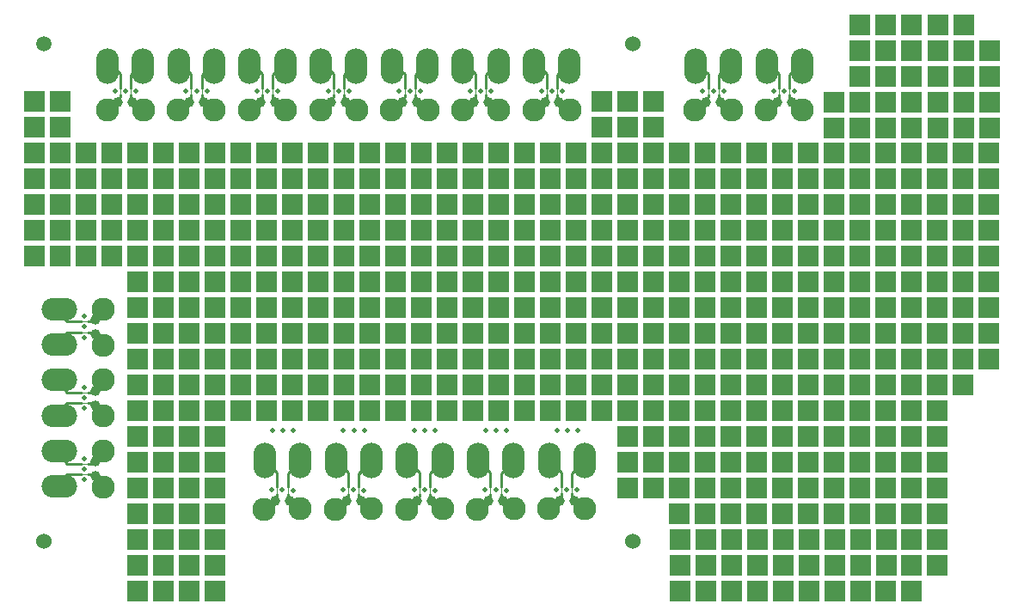
<source format=gbl>
G04*
G04 #@! TF.GenerationSoftware,Altium Limited,Altium Designer,18.0.7 (293)*
G04*
G04 Layer_Physical_Order=2*
G04 Layer_Color=16711680*
%FSLAX25Y25*%
%MOIN*%
G70*
G01*
G75*
%ADD10C,0.01000*%
%ADD20C,0.00425*%
%ADD21R,0.08000X0.08000*%
%ADD22R,0.08000X0.08000*%
%ADD23C,0.02000*%
%ADD24C,0.09000*%
%ADD25O,0.08858X0.13780*%
%ADD26O,0.13780X0.08858*%
%ADD27C,0.06000*%
%ADD28O,0.05906X0.06000*%
%ADD29C,0.03937*%
D10*
X729675Y237037D02*
X733391Y240754D01*
X734737Y242100D01*
X730013Y255938D02*
X734737Y251213D01*
Y242100D02*
Y243112D01*
Y245587D02*
Y251213D01*
X738788Y242107D02*
X743744Y237150D01*
X738788Y242107D02*
Y243112D01*
Y250965D02*
X743726Y255903D01*
X738788Y245587D02*
Y250965D01*
X738794Y242100D02*
X743744Y237150D01*
X738900Y251100D02*
X743726Y255926D01*
Y256016D01*
X702112Y236925D02*
X705828Y240641D01*
X707175Y241987D01*
X702450Y255825D02*
X707175Y251100D01*
Y241987D02*
Y243000D01*
Y245475D02*
Y251100D01*
X711225Y241994D02*
X716182Y237037D01*
X711225Y241994D02*
Y243000D01*
Y250852D02*
X716163Y255791D01*
X711225Y245475D02*
Y250852D01*
X711232Y241987D02*
X716182Y237037D01*
X711338Y250988D02*
X716163Y255814D01*
Y255903D01*
X674550Y236925D02*
X678266Y240641D01*
X679612Y241987D01*
X674888Y255825D02*
X679612Y251100D01*
Y241987D02*
Y243000D01*
Y245475D02*
Y251100D01*
X683663Y241994D02*
X688619Y237037D01*
X683663Y241994D02*
Y243000D01*
Y250852D02*
X688601Y255791D01*
X683663Y245475D02*
Y250852D01*
X683669Y241987D02*
X688619Y237037D01*
X683775Y250988D02*
X688601Y255814D01*
Y255903D01*
X646987Y236925D02*
X650703Y240641D01*
X652050Y241987D01*
X647325Y255825D02*
X652050Y251100D01*
Y241987D02*
Y243000D01*
Y245475D02*
Y251100D01*
X656100Y241994D02*
X661057Y237037D01*
X656100Y241994D02*
Y243000D01*
Y250852D02*
X661038Y255791D01*
X656100Y245475D02*
Y250852D01*
X656107Y241987D02*
X661057Y237037D01*
X656213Y250988D02*
X661038Y255814D01*
Y255903D01*
X619425Y236925D02*
X623141Y240641D01*
X624487Y241987D01*
X619763Y255825D02*
X624487Y251100D01*
Y241987D02*
Y243000D01*
Y245475D02*
Y251100D01*
X628538Y241994D02*
X633494Y237037D01*
X628538Y241994D02*
Y243000D01*
Y250852D02*
X633476Y255791D01*
X628538Y245475D02*
Y250852D01*
X628544Y241987D02*
X633494Y237037D01*
X628650Y250988D02*
X633476Y255814D01*
Y255903D01*
X823162Y400275D02*
Y405652D01*
X828101Y410591D01*
X823162Y396794D02*
Y397800D01*
Y396794D02*
X828119Y391838D01*
X819112Y400275D02*
Y405900D01*
Y396788D02*
Y397800D01*
X814388Y410625D02*
X819112Y405900D01*
X817766Y395441D02*
X819112Y396788D01*
X795600Y400275D02*
Y405652D01*
X800539Y410591D01*
X795600Y396794D02*
Y397800D01*
Y396794D02*
X800557Y391838D01*
X791550Y400275D02*
Y405900D01*
Y396788D02*
Y397800D01*
X786825Y410625D02*
X791550Y405900D01*
X790203Y395441D02*
X791550Y396788D01*
X733050Y400275D02*
Y405652D01*
X737989Y410591D01*
X733050Y396794D02*
Y397800D01*
Y396794D02*
X738007Y391838D01*
X729000Y400275D02*
Y405900D01*
Y396788D02*
Y397800D01*
X724275Y410625D02*
X729000Y405900D01*
X727653Y395441D02*
X729000Y396788D01*
X705487Y400275D02*
Y405652D01*
X710426Y410591D01*
X705487Y396794D02*
Y397800D01*
Y396794D02*
X710444Y391838D01*
X701438Y400275D02*
Y405900D01*
Y396788D02*
Y397800D01*
X696712Y410625D02*
X701438Y405900D01*
X700091Y395441D02*
X701438Y396788D01*
X677925Y400275D02*
Y405652D01*
X682864Y410591D01*
X677925Y396794D02*
Y397800D01*
Y396794D02*
X682882Y391838D01*
X673875Y400275D02*
Y405900D01*
Y396788D02*
Y397800D01*
X669150Y410625D02*
X673875Y405900D01*
X672528Y395441D02*
X673875Y396788D01*
X650362Y400275D02*
Y405652D01*
X655301Y410591D01*
X650362Y396794D02*
Y397800D01*
Y396794D02*
X655319Y391838D01*
X646313Y400275D02*
Y405900D01*
Y396788D02*
Y397800D01*
X641587Y410625D02*
X646313Y405900D01*
X644966Y395441D02*
X646313Y396788D01*
X622800Y400275D02*
Y405652D01*
X627739Y410591D01*
X622800Y396794D02*
Y397800D01*
Y396794D02*
X627757Y391838D01*
X618750Y400275D02*
Y405900D01*
Y396788D02*
Y397800D01*
X614025Y410625D02*
X618750Y405900D01*
X617403Y395441D02*
X618750Y396788D01*
X595237Y400275D02*
Y405652D01*
X600176Y410591D01*
X595237Y396794D02*
Y397800D01*
Y396794D02*
X600194Y391838D01*
X591187Y400275D02*
Y405900D01*
Y396788D02*
Y397800D01*
X586462Y410625D02*
X591187Y405900D01*
X589841Y395441D02*
X591187Y396788D01*
X567675Y400275D02*
Y405652D01*
X572613Y410591D01*
X567675Y396794D02*
Y397800D01*
Y396794D02*
X572632Y391838D01*
X563625Y400275D02*
Y405900D01*
Y396788D02*
Y397800D01*
X558900Y410625D02*
X563625Y405900D01*
X562278Y395441D02*
X563625Y396788D01*
X543173Y309713D02*
X548550D01*
X538234Y314651D02*
X543173Y309713D01*
X551025D02*
X552031D01*
X556987Y314669D01*
X542925Y305662D02*
X548550D01*
X551025D02*
X552037D01*
X538200Y300938D02*
X542925Y305662D01*
X552037D02*
X553384Y304316D01*
X543173Y282150D02*
X548550D01*
X538234Y287088D02*
X543173Y282150D01*
X551025D02*
X552031D01*
X556987Y287107D01*
X542925Y278100D02*
X548550D01*
X551025D02*
X552037D01*
X538200Y273375D02*
X542925Y278100D01*
X552037D02*
X553384Y276753D01*
X552037Y250537D02*
X553384Y249191D01*
X538200Y245813D02*
X542925Y250537D01*
X551025D02*
X552037D01*
X542925D02*
X548550D01*
X552031Y254588D02*
X556987Y259544D01*
X551025Y254588D02*
X552031D01*
X538234Y259526D02*
X543173Y254588D01*
X548550D01*
D20*
X734737Y243225D02*
Y245587D01*
X738788Y243112D02*
Y243225D01*
Y245587D01*
X707175Y243112D02*
Y245475D01*
X711225Y243000D02*
Y243112D01*
Y245475D01*
X679612Y243112D02*
Y245475D01*
X683663Y243000D02*
Y243112D01*
Y245475D01*
X652050Y243112D02*
Y245475D01*
X656100Y243000D02*
Y243112D01*
Y245475D01*
X624487Y243112D02*
Y245475D01*
X628538Y243000D02*
Y243112D01*
Y245475D01*
X823162Y397913D02*
Y400275D01*
X819112Y397913D02*
Y400275D01*
X795600Y397913D02*
Y400275D01*
X791550Y397913D02*
Y400275D01*
X733050Y397913D02*
Y400275D01*
X729000Y397913D02*
Y400275D01*
X705487Y397913D02*
Y400275D01*
X701438Y397913D02*
Y400275D01*
X677925Y397913D02*
Y400275D01*
X673875Y397913D02*
Y400275D01*
X650362Y397913D02*
Y400275D01*
X646313Y397913D02*
Y400275D01*
X622800Y397913D02*
Y400275D01*
X618750Y397913D02*
Y400275D01*
X595237Y397913D02*
Y400275D01*
X591187Y397913D02*
Y400275D01*
X567675Y397913D02*
Y400275D01*
X563625Y397913D02*
Y400275D01*
X548550Y309713D02*
X550913D01*
X548550Y305662D02*
X550913D01*
X548550Y282150D02*
X550913D01*
X548550Y278100D02*
X550913D01*
X548550Y250537D02*
X550913D01*
X548550Y254588D02*
X550913D01*
D21*
X840512Y305275D02*
D03*
X870525Y424925D02*
D03*
Y414925D02*
D03*
Y404925D02*
D03*
X850525Y384925D02*
D03*
X840525D02*
D03*
X850525Y404925D02*
D03*
X840525Y394925D02*
D03*
X850525Y414925D02*
D03*
Y424925D02*
D03*
X860525Y404925D02*
D03*
Y414925D02*
D03*
Y424925D02*
D03*
X900537Y414925D02*
D03*
Y394925D02*
D03*
Y404925D02*
D03*
X880538D02*
D03*
X890537D02*
D03*
X880538Y414925D02*
D03*
X890537D02*
D03*
Y424925D02*
D03*
X880538D02*
D03*
X900537Y384925D02*
D03*
X880538Y384850D02*
D03*
X890537D02*
D03*
X880538Y394850D02*
D03*
X890537D02*
D03*
X850525D02*
D03*
X860525Y384850D02*
D03*
Y394850D02*
D03*
X870525D02*
D03*
Y384850D02*
D03*
X860513Y205200D02*
D03*
X880525Y255200D02*
D03*
X870525D02*
D03*
Y205200D02*
D03*
Y225200D02*
D03*
X880525D02*
D03*
Y215200D02*
D03*
X870525D02*
D03*
Y235200D02*
D03*
X880525D02*
D03*
Y245200D02*
D03*
X870525D02*
D03*
X900525Y295275D02*
D03*
Y305275D02*
D03*
Y325275D02*
D03*
Y315275D02*
D03*
Y335275D02*
D03*
Y345275D02*
D03*
Y375275D02*
D03*
Y355275D02*
D03*
Y365275D02*
D03*
X870525Y305275D02*
D03*
X880525D02*
D03*
Y295275D02*
D03*
X870525D02*
D03*
Y275275D02*
D03*
X880525D02*
D03*
Y285275D02*
D03*
X870525D02*
D03*
X890525D02*
D03*
Y295275D02*
D03*
Y305275D02*
D03*
X880525Y265275D02*
D03*
X870525D02*
D03*
Y345275D02*
D03*
X880525D02*
D03*
Y335275D02*
D03*
X870525D02*
D03*
Y315275D02*
D03*
X880525D02*
D03*
Y325275D02*
D03*
X870525D02*
D03*
X890525D02*
D03*
Y315275D02*
D03*
Y335275D02*
D03*
Y345275D02*
D03*
Y375275D02*
D03*
Y355275D02*
D03*
Y365275D02*
D03*
X870525D02*
D03*
X880525D02*
D03*
Y355275D02*
D03*
X870525D02*
D03*
Y375275D02*
D03*
X880525D02*
D03*
X580513D02*
D03*
X570512D02*
D03*
Y355275D02*
D03*
X580513D02*
D03*
Y365275D02*
D03*
X570512D02*
D03*
X590513D02*
D03*
X600513D02*
D03*
Y355275D02*
D03*
X590513D02*
D03*
Y375275D02*
D03*
X600513D02*
D03*
X640513D02*
D03*
X630513D02*
D03*
Y355275D02*
D03*
X640513D02*
D03*
Y365275D02*
D03*
X630513D02*
D03*
X610512D02*
D03*
X620512D02*
D03*
Y355275D02*
D03*
X610512D02*
D03*
Y375275D02*
D03*
X620512D02*
D03*
X610512Y345275D02*
D03*
X620512D02*
D03*
Y335275D02*
D03*
X610512D02*
D03*
Y315275D02*
D03*
X620512D02*
D03*
Y325275D02*
D03*
X610512D02*
D03*
X630513D02*
D03*
X640513D02*
D03*
Y315275D02*
D03*
X630513D02*
D03*
Y335275D02*
D03*
X640513D02*
D03*
Y345275D02*
D03*
X630513D02*
D03*
X590513D02*
D03*
X600513D02*
D03*
Y335275D02*
D03*
X590513D02*
D03*
Y315275D02*
D03*
X600513D02*
D03*
Y325275D02*
D03*
X590513D02*
D03*
X570512D02*
D03*
X580513D02*
D03*
Y315275D02*
D03*
X570512D02*
D03*
Y335275D02*
D03*
X580513D02*
D03*
Y345275D02*
D03*
X570512D02*
D03*
X650513D02*
D03*
X660512D02*
D03*
Y335275D02*
D03*
X650513D02*
D03*
Y315275D02*
D03*
X660512D02*
D03*
Y325275D02*
D03*
X650513D02*
D03*
X670512D02*
D03*
X680513D02*
D03*
Y315275D02*
D03*
X670512D02*
D03*
Y335275D02*
D03*
X680513D02*
D03*
Y345275D02*
D03*
X670512D02*
D03*
X710512D02*
D03*
X720512D02*
D03*
Y335275D02*
D03*
X710512D02*
D03*
Y315275D02*
D03*
X720512D02*
D03*
Y325275D02*
D03*
X710512D02*
D03*
X690513D02*
D03*
X700513D02*
D03*
Y315275D02*
D03*
X690513D02*
D03*
Y335275D02*
D03*
X700513D02*
D03*
Y345275D02*
D03*
X690513D02*
D03*
X700513Y375275D02*
D03*
X690513D02*
D03*
Y355275D02*
D03*
X700513D02*
D03*
Y365275D02*
D03*
X690513D02*
D03*
X710512D02*
D03*
X720512D02*
D03*
Y355275D02*
D03*
X710512D02*
D03*
Y375275D02*
D03*
X720512D02*
D03*
X680513D02*
D03*
X670512D02*
D03*
Y355275D02*
D03*
X680513D02*
D03*
Y365275D02*
D03*
X670512D02*
D03*
X650513D02*
D03*
X660512D02*
D03*
Y355275D02*
D03*
X650513D02*
D03*
Y375275D02*
D03*
X660512D02*
D03*
X820512D02*
D03*
X810513D02*
D03*
Y355275D02*
D03*
X820512D02*
D03*
Y365275D02*
D03*
X810513D02*
D03*
X830513D02*
D03*
X840512D02*
D03*
Y355275D02*
D03*
X830513D02*
D03*
Y375275D02*
D03*
X840512D02*
D03*
X850513Y365275D02*
D03*
Y355275D02*
D03*
Y375275D02*
D03*
Y345275D02*
D03*
Y335275D02*
D03*
Y315275D02*
D03*
Y325275D02*
D03*
X830513Y345275D02*
D03*
X840512D02*
D03*
Y335275D02*
D03*
X830513D02*
D03*
Y315275D02*
D03*
X840512D02*
D03*
Y325275D02*
D03*
X830513D02*
D03*
X810513D02*
D03*
X820512D02*
D03*
Y315275D02*
D03*
X810513D02*
D03*
Y335275D02*
D03*
X820512D02*
D03*
Y345275D02*
D03*
X810513D02*
D03*
X730513D02*
D03*
X740513D02*
D03*
Y335275D02*
D03*
X730513D02*
D03*
Y315275D02*
D03*
X740513D02*
D03*
Y325275D02*
D03*
X730513D02*
D03*
X750513D02*
D03*
X760512D02*
D03*
Y315275D02*
D03*
X750513D02*
D03*
Y335275D02*
D03*
X760512D02*
D03*
Y345275D02*
D03*
X750513D02*
D03*
X790513D02*
D03*
X800513D02*
D03*
Y335275D02*
D03*
X790513D02*
D03*
Y315275D02*
D03*
X800513D02*
D03*
Y325275D02*
D03*
X790513D02*
D03*
X770512D02*
D03*
X780513D02*
D03*
Y315275D02*
D03*
X770512D02*
D03*
Y335275D02*
D03*
X780513D02*
D03*
Y345275D02*
D03*
X770512D02*
D03*
Y355275D02*
D03*
X780513D02*
D03*
Y365275D02*
D03*
X770512D02*
D03*
X790513D02*
D03*
X800513D02*
D03*
Y355275D02*
D03*
X790513D02*
D03*
Y375275D02*
D03*
X800513D02*
D03*
X750513Y355275D02*
D03*
X760512D02*
D03*
Y365275D02*
D03*
X750513D02*
D03*
X730513D02*
D03*
X740513D02*
D03*
Y355275D02*
D03*
X730513D02*
D03*
Y375275D02*
D03*
X740513D02*
D03*
X730513Y305275D02*
D03*
X740513D02*
D03*
Y295275D02*
D03*
X730513D02*
D03*
Y275275D02*
D03*
X740513D02*
D03*
Y285275D02*
D03*
X730513D02*
D03*
X750513D02*
D03*
X760512D02*
D03*
Y275275D02*
D03*
X750513D02*
D03*
Y295275D02*
D03*
X760512D02*
D03*
Y305275D02*
D03*
X750513D02*
D03*
X790513D02*
D03*
X800513D02*
D03*
Y295275D02*
D03*
X790513D02*
D03*
Y275275D02*
D03*
X800513D02*
D03*
Y285275D02*
D03*
X790513D02*
D03*
X770512D02*
D03*
X780513D02*
D03*
Y275275D02*
D03*
X770512D02*
D03*
Y295275D02*
D03*
X780513D02*
D03*
Y305275D02*
D03*
X770512D02*
D03*
Y265275D02*
D03*
X780513D02*
D03*
Y255275D02*
D03*
X770512D02*
D03*
X780513Y235275D02*
D03*
Y245275D02*
D03*
X770512D02*
D03*
X790513D02*
D03*
X800513D02*
D03*
Y235275D02*
D03*
X790513D02*
D03*
Y255275D02*
D03*
X800513D02*
D03*
Y265275D02*
D03*
X790513D02*
D03*
X760512D02*
D03*
Y255275D02*
D03*
Y245275D02*
D03*
X810513Y265275D02*
D03*
X820512D02*
D03*
Y255275D02*
D03*
X810513D02*
D03*
Y235275D02*
D03*
X820512D02*
D03*
Y245275D02*
D03*
X810513D02*
D03*
X830513D02*
D03*
X840512D02*
D03*
Y235275D02*
D03*
X830513D02*
D03*
Y255275D02*
D03*
X840512D02*
D03*
Y265275D02*
D03*
X830513D02*
D03*
X850513Y245275D02*
D03*
X860513D02*
D03*
Y235275D02*
D03*
X850513D02*
D03*
Y255275D02*
D03*
X860513D02*
D03*
X850513Y265275D02*
D03*
Y305275D02*
D03*
Y295275D02*
D03*
Y275275D02*
D03*
Y285275D02*
D03*
X830513Y305275D02*
D03*
X840512Y295275D02*
D03*
X830513D02*
D03*
Y275275D02*
D03*
X840512D02*
D03*
Y285275D02*
D03*
X830513D02*
D03*
X810513D02*
D03*
X820512D02*
D03*
Y275275D02*
D03*
X810513D02*
D03*
Y295275D02*
D03*
X820512D02*
D03*
Y305275D02*
D03*
X810513D02*
D03*
X650513D02*
D03*
X660512D02*
D03*
Y295275D02*
D03*
X650513D02*
D03*
Y275275D02*
D03*
X660512D02*
D03*
Y285275D02*
D03*
X650513D02*
D03*
X670512D02*
D03*
X680513D02*
D03*
Y275275D02*
D03*
X670512D02*
D03*
Y295275D02*
D03*
X680513D02*
D03*
Y305275D02*
D03*
X670512D02*
D03*
X710512D02*
D03*
X720512D02*
D03*
Y295275D02*
D03*
X710512D02*
D03*
Y275275D02*
D03*
X720512D02*
D03*
Y285275D02*
D03*
X710512D02*
D03*
X690513D02*
D03*
X700513D02*
D03*
Y275275D02*
D03*
X690513D02*
D03*
Y295275D02*
D03*
X700513D02*
D03*
Y305275D02*
D03*
X690513D02*
D03*
X570512Y265275D02*
D03*
X580513D02*
D03*
Y255275D02*
D03*
X570512D02*
D03*
Y235275D02*
D03*
X580513D02*
D03*
Y245275D02*
D03*
X570512D02*
D03*
X590513D02*
D03*
X600513D02*
D03*
Y235275D02*
D03*
X590513D02*
D03*
Y255275D02*
D03*
X600513D02*
D03*
Y265275D02*
D03*
X590513D02*
D03*
X610512Y305275D02*
D03*
X620512D02*
D03*
Y295275D02*
D03*
X610512D02*
D03*
Y275275D02*
D03*
X620512D02*
D03*
Y285275D02*
D03*
X610512D02*
D03*
X630513D02*
D03*
X640513D02*
D03*
Y275275D02*
D03*
X630513D02*
D03*
Y295275D02*
D03*
X640513D02*
D03*
Y305275D02*
D03*
X630513D02*
D03*
X590513D02*
D03*
X600513D02*
D03*
Y295275D02*
D03*
X590513D02*
D03*
Y275275D02*
D03*
X600513D02*
D03*
Y285275D02*
D03*
X590513D02*
D03*
X570512D02*
D03*
X580513D02*
D03*
Y275275D02*
D03*
X570512D02*
D03*
Y295275D02*
D03*
X580513D02*
D03*
Y305275D02*
D03*
X570512D02*
D03*
X550488Y345225D02*
D03*
X560488D02*
D03*
Y335225D02*
D03*
X550488D02*
D03*
X530487D02*
D03*
X540487D02*
D03*
Y345225D02*
D03*
X530487D02*
D03*
Y375225D02*
D03*
Y355225D02*
D03*
X540487D02*
D03*
Y365225D02*
D03*
X530487D02*
D03*
X550488D02*
D03*
X560488D02*
D03*
Y355225D02*
D03*
X550488D02*
D03*
Y375225D02*
D03*
X560488D02*
D03*
X850537Y225213D02*
D03*
X860538D02*
D03*
Y215212D02*
D03*
X850537D02*
D03*
Y205212D02*
D03*
X830538Y225213D02*
D03*
X840537D02*
D03*
Y215212D02*
D03*
X830538D02*
D03*
X840537Y205212D02*
D03*
X830538D02*
D03*
X810538D02*
D03*
X820537D02*
D03*
X810538Y215212D02*
D03*
X820537D02*
D03*
Y225213D02*
D03*
X810538D02*
D03*
X790538D02*
D03*
X800537D02*
D03*
Y215212D02*
D03*
X790538D02*
D03*
X800537Y205212D02*
D03*
X790538D02*
D03*
X780538D02*
D03*
Y215212D02*
D03*
Y225213D02*
D03*
X570500Y225325D02*
D03*
Y215325D02*
D03*
Y205325D02*
D03*
X580500D02*
D03*
X590500D02*
D03*
X580500Y215325D02*
D03*
X590500D02*
D03*
Y225325D02*
D03*
X580500D02*
D03*
X600500D02*
D03*
Y215325D02*
D03*
Y205325D02*
D03*
X750513Y385275D02*
D03*
X760512D02*
D03*
Y375275D02*
D03*
X750513D02*
D03*
Y395275D02*
D03*
X760512D02*
D03*
X770512Y385275D02*
D03*
X780513Y375275D02*
D03*
X770512D02*
D03*
Y395275D02*
D03*
X860513Y285275D02*
D03*
Y275275D02*
D03*
Y295275D02*
D03*
Y305275D02*
D03*
Y325275D02*
D03*
Y315275D02*
D03*
Y335275D02*
D03*
Y345275D02*
D03*
Y375275D02*
D03*
Y355275D02*
D03*
Y365275D02*
D03*
Y265275D02*
D03*
D22*
X530487Y385225D02*
D03*
X540487D02*
D03*
Y375225D02*
D03*
X530487Y395225D02*
D03*
X540487D02*
D03*
D23*
X732713Y244462D02*
D03*
X736763D02*
D03*
X740853Y244429D02*
D03*
X740987Y267536D02*
D03*
X736937D02*
D03*
X732887D02*
D03*
X705150Y244350D02*
D03*
X709200D02*
D03*
X713291Y244317D02*
D03*
X713424Y267423D02*
D03*
X709374D02*
D03*
X705324D02*
D03*
X677588Y244350D02*
D03*
X681637D02*
D03*
X685728Y244317D02*
D03*
X685862Y267423D02*
D03*
X681812D02*
D03*
X677762D02*
D03*
X650025Y244350D02*
D03*
X654075D02*
D03*
X658166Y244317D02*
D03*
X658299Y267423D02*
D03*
X654249D02*
D03*
X650199D02*
D03*
X622463Y244350D02*
D03*
X626512D02*
D03*
X630603Y244317D02*
D03*
X630737Y267423D02*
D03*
X626687D02*
D03*
X622637D02*
D03*
X825194Y399038D02*
D03*
X821144D02*
D03*
X817094D02*
D03*
X797632D02*
D03*
X793582D02*
D03*
X789532D02*
D03*
X735082D02*
D03*
X731032D02*
D03*
X726982D02*
D03*
X707519D02*
D03*
X703469D02*
D03*
X699419D02*
D03*
X679957D02*
D03*
X675907D02*
D03*
X671857D02*
D03*
X652394D02*
D03*
X648344D02*
D03*
X644294D02*
D03*
X624832D02*
D03*
X620782D02*
D03*
X616732D02*
D03*
X597269D02*
D03*
X593219D02*
D03*
X589169D02*
D03*
X569707D02*
D03*
X565657D02*
D03*
X561607D02*
D03*
X549788Y311744D02*
D03*
Y307694D02*
D03*
Y303644D02*
D03*
Y284182D02*
D03*
Y280132D02*
D03*
Y276082D02*
D03*
Y248519D02*
D03*
Y252569D02*
D03*
Y256619D02*
D03*
D24*
X743778Y237229D02*
D03*
X729716Y237117D02*
D03*
X716216D02*
D03*
X702153Y237004D02*
D03*
X688653Y237117D02*
D03*
X674591Y237004D02*
D03*
X661091Y237117D02*
D03*
X647028Y237004D02*
D03*
X633528Y237117D02*
D03*
X619466Y237004D02*
D03*
X814057Y391725D02*
D03*
X828119Y391838D02*
D03*
X786494Y391725D02*
D03*
X800557Y391838D02*
D03*
X723944Y391725D02*
D03*
X738007Y391838D02*
D03*
X696382Y391725D02*
D03*
X710444Y391838D02*
D03*
X668819Y391725D02*
D03*
X682882Y391838D02*
D03*
X641257Y391725D02*
D03*
X655319Y391838D02*
D03*
X613694Y391725D02*
D03*
X627757Y391838D02*
D03*
X586132Y391725D02*
D03*
X600194Y391838D02*
D03*
X558569Y391725D02*
D03*
X572632Y391838D02*
D03*
X557100Y300607D02*
D03*
X556987Y314669D02*
D03*
X557100Y273044D02*
D03*
X556987Y287107D02*
D03*
Y259544D02*
D03*
X557100Y245482D02*
D03*
D25*
X661047Y255938D02*
D03*
X647267D02*
D03*
X633488D02*
D03*
X619708D02*
D03*
X696523Y408976D02*
D03*
X710303D02*
D03*
X613846D02*
D03*
X627626D02*
D03*
X668964D02*
D03*
X682744D02*
D03*
X586287D02*
D03*
X600067D02*
D03*
X814240D02*
D03*
X828020D02*
D03*
X743724Y255938D02*
D03*
X729944D02*
D03*
X641405Y408976D02*
D03*
X655185D02*
D03*
X558728D02*
D03*
X572508D02*
D03*
X688607Y255938D02*
D03*
X674827D02*
D03*
X716166D02*
D03*
X702386D02*
D03*
X724083Y408976D02*
D03*
X737862D02*
D03*
X786681D02*
D03*
X800460D02*
D03*
D26*
X539886Y245697D02*
D03*
Y259477D02*
D03*
Y300816D02*
D03*
Y314595D02*
D03*
Y273256D02*
D03*
Y287036D02*
D03*
D27*
X762271Y417351D02*
D03*
Y224437D02*
D03*
X533925D02*
D03*
D28*
Y417351D02*
D03*
D29*
X739616Y240267D02*
D03*
X733991D02*
D03*
X712053Y240154D02*
D03*
X706428D02*
D03*
X684491D02*
D03*
X678866D02*
D03*
X656928D02*
D03*
X651303D02*
D03*
X629366D02*
D03*
X623741D02*
D03*
X818332Y394875D02*
D03*
X823957D02*
D03*
X790769D02*
D03*
X796394D02*
D03*
X728219D02*
D03*
X733844D02*
D03*
X700657D02*
D03*
X706282D02*
D03*
X673094D02*
D03*
X678719D02*
D03*
X645532D02*
D03*
X651157D02*
D03*
X617969D02*
D03*
X623594D02*
D03*
X590407D02*
D03*
X596032D02*
D03*
X562844D02*
D03*
X568469D02*
D03*
X553950Y304882D02*
D03*
Y310507D02*
D03*
Y277319D02*
D03*
Y282944D02*
D03*
Y255382D02*
D03*
Y249757D02*
D03*
M02*

</source>
